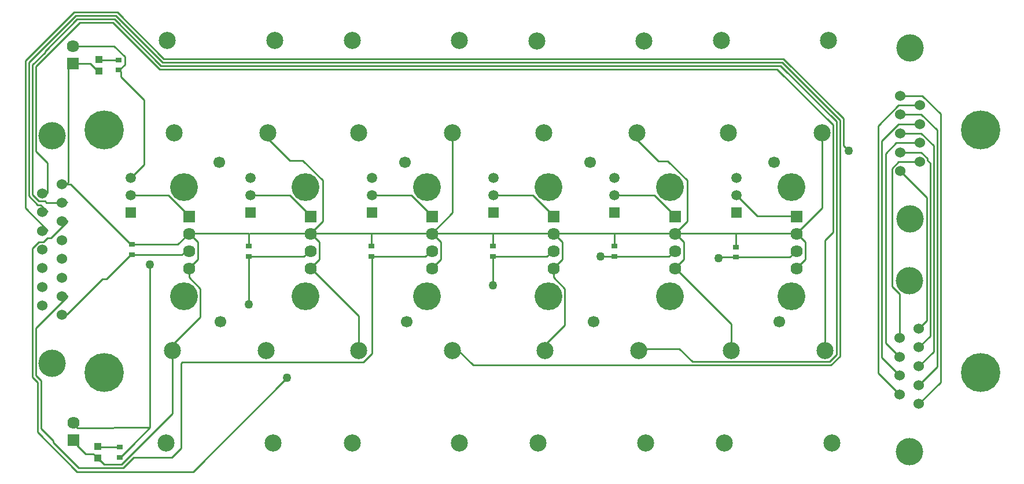
<source format=gtl>
G04*
G04 #@! TF.GenerationSoftware,Altium Limited,Altium Designer,20.0.11 (256)*
G04*
G04 Layer_Physical_Order=1*
G04 Layer_Color=255*
%FSLAX25Y25*%
%MOIN*%
G70*
G01*
G75*
%ADD10C,0.01000*%
%ADD12R,0.03937X0.04331*%
%ADD13R,0.03543X0.02756*%
%ADD27C,0.06693*%
%ADD28C,0.09843*%
%ADD29C,0.07047*%
%ADD30R,0.07047X0.07047*%
%ADD31C,0.06000*%
%ADD32C,0.15748*%
%ADD33R,0.05906X0.05906*%
%ADD34C,0.05906*%
%ADD35C,0.16000*%
%ADD36C,0.22500*%
%ADD37C,0.05000*%
D10*
X338207Y135500D02*
X338500D01*
X334801Y132095D02*
X338207Y135500D01*
X303500Y131595D02*
X304000Y132095D01*
X405000Y132000D02*
X408500Y135500D01*
X365500Y132000D02*
X405000D01*
X499595Y146053D02*
Y207905D01*
X467421Y240079D02*
X499595Y207905D01*
X111605Y240079D02*
X467421D01*
X387563Y78650D02*
X411153D01*
X46360Y163000D02*
X57531D01*
X497597Y71228D02*
X501595Y75227D01*
X418574Y71228D02*
X497597D01*
X411153Y78650D02*
X418574Y71228D01*
X503595Y74398D02*
Y210733D01*
X498425Y69228D02*
X503595Y74398D01*
X292295Y69228D02*
X498425D01*
X280374Y81150D02*
X292295Y69228D01*
X234000Y75919D02*
Y132095D01*
X58181Y108817D02*
Y109413D01*
X40216Y90853D02*
X58181Y108817D01*
X124000Y21500D02*
Y70414D01*
X118500Y16000D02*
X124000Y21500D01*
X96552Y16000D02*
X118500D01*
X58181Y173776D02*
X60331D01*
X114090Y246079D02*
X471078D01*
X87169Y273000D02*
X114090Y246079D01*
X471078D02*
X505595Y211562D01*
X126864Y135500D02*
X128500D01*
X124458Y133095D02*
X126864Y135500D01*
X95500Y133095D02*
X124458D01*
X58181Y98626D02*
X78555Y119000D01*
X81012D01*
X95106Y133095D01*
X95500D01*
X95500Y139000D02*
X122000D01*
X55181Y173776D02*
X58181D01*
X60331D02*
X95106Y139000D01*
X95500D01*
X198207Y135500D02*
X198500D01*
X194801Y132095D02*
X198207Y135500D01*
X163000Y132095D02*
X194801D01*
X163000Y104500D02*
Y132095D01*
X443106Y137453D02*
X443500Y137846D01*
X71504Y243500D02*
X76500Y238504D01*
X59000Y174957D02*
Y243500D01*
X128500Y145500D02*
X163000D01*
Y138000D02*
Y145500D01*
X163500D02*
X198500D01*
X408500D02*
X443500D01*
Y137846D02*
Y145500D01*
X478500D01*
X373500D02*
X408500D01*
X338500D02*
X373500D01*
Y137953D02*
X373500Y137953D01*
X373500Y137953D02*
Y145500D01*
X233500D02*
X268500D01*
X198500D02*
X233500D01*
Y138000D02*
Y145500D01*
X234000Y132095D02*
X264801D01*
X233500D02*
X234000D01*
X268207Y135500D02*
X268500D01*
X264801Y132095D02*
X268207Y135500D01*
X303500Y115500D02*
Y131595D01*
X304000Y132095D02*
X334801D01*
X303500D02*
X304000D01*
X303500Y145500D02*
X338500D01*
X268500D02*
X303500D01*
Y138000D02*
Y145500D01*
X434047Y131547D02*
X443500D01*
X433500Y131000D02*
X434047Y131547D01*
X441000Y78650D02*
Y93000D01*
X408500Y125500D02*
X441000Y93000D01*
X443106Y137453D02*
X443500D01*
X474547Y131547D02*
X478500Y135500D01*
X443500Y131547D02*
X474547D01*
X58181Y151967D02*
Y152563D01*
X48864Y142650D02*
X58181Y151967D01*
X64153Y7850D02*
X130850D01*
X185000Y62000D01*
X41216Y30786D02*
X64153Y7850D01*
X64831Y10000D02*
X90552D01*
X50286Y24546D02*
X64831Y10000D01*
X90552D02*
X96552Y16000D01*
X89724Y12000D02*
X119126Y41402D01*
X79654Y12000D02*
X89724D01*
X77665Y13988D02*
X79654Y12000D01*
X61500Y243500D02*
X71504D01*
X59000D02*
X61500D01*
X119126Y78650D02*
Y81150D01*
Y41402D02*
Y78650D01*
X58181Y174138D02*
X59000Y174957D01*
X95000Y177500D02*
X102500Y185000D01*
Y222500D01*
X89272Y235728D02*
X102500Y222500D01*
X89272Y235728D02*
Y238669D01*
X88394Y239547D02*
X89272Y238669D01*
X88000Y239547D02*
X88394D01*
X40216Y241717D02*
X65500Y267000D01*
X40216Y192858D02*
Y241717D01*
Y192858D02*
X47000Y186075D01*
X38217Y242545D02*
X45500Y249828D01*
X38217Y167782D02*
Y242545D01*
Y167782D02*
X42136Y163862D01*
X36217Y244045D02*
X63172Y271000D01*
X36217Y166953D02*
Y244045D01*
Y166953D02*
X41366Y161803D01*
X34216Y244873D02*
X62343Y273000D01*
X34216Y159933D02*
Y244873D01*
Y159933D02*
X47000Y147150D01*
X45498Y163862D02*
X46360Y163000D01*
X42136Y163862D02*
X45498D01*
X41366Y161803D02*
X43134D01*
X47000Y157937D01*
X44774Y140500D02*
X46923Y142650D01*
X42136Y140500D02*
X44774D01*
X38217Y136581D02*
X42136Y140500D01*
X38217Y62490D02*
Y136581D01*
Y62490D02*
X41216Y59490D01*
Y30786D02*
Y59490D01*
X40216Y63318D02*
Y90853D01*
Y63318D02*
X43216Y60318D01*
Y32783D02*
Y60318D01*
X229081Y71000D02*
X234000Y75919D01*
X50286Y24546D02*
Y25714D01*
X43216Y32783D02*
X50286Y25714D01*
X77469Y13988D02*
X77665D01*
X76000Y15457D02*
X77469Y13988D01*
X76000Y15457D02*
Y15653D01*
X68840Y18160D02*
X73494D01*
X74335Y17319D01*
X74532D01*
X76000Y15850D01*
Y15653D02*
Y15850D01*
X64000Y23000D02*
X68840Y18160D01*
X106000Y33500D02*
Y127500D01*
X96000Y23154D02*
X106000Y33500D01*
X64000Y33000D02*
X106000Y33500D01*
X76500Y238307D02*
Y238504D01*
X88394Y239547D02*
X91500Y242654D01*
Y247224D01*
X85224Y253500D02*
X91500Y247224D01*
X65000Y253500D02*
X85224D01*
X124000Y70414D02*
X124586Y71000D01*
X229081D01*
X46923Y142650D02*
X48864D01*
X62343Y273000D02*
X87169D01*
X86340Y271000D02*
X113262Y244079D01*
X85512Y269000D02*
X112433Y242079D01*
X84684Y267000D02*
X111605Y240079D01*
X505595Y195905D02*
Y211562D01*
Y195905D02*
X508500Y193000D01*
X113262Y244079D02*
X470250D01*
X112433Y242079D02*
X469421D01*
X63172Y271000D02*
X86340D01*
X470250Y244079D02*
X503595Y210733D01*
X65500Y267000D02*
X84684D01*
X64000Y269000D02*
X85512D01*
X469421Y242079D02*
X501595Y209905D01*
X116500Y167500D02*
X128500Y155500D01*
X88500Y16047D02*
X88894D01*
X96000Y23154D01*
X198500Y125500D02*
X226437Y97563D01*
Y81150D02*
Y97563D01*
X333626Y81150D02*
X345000Y92524D01*
Y113435D01*
X338500Y119935D02*
X345000Y113435D01*
X338500Y119935D02*
Y125500D01*
X57531Y163000D02*
X58031Y163500D01*
X45500Y249828D02*
Y250500D01*
X64000Y269000D01*
X501595Y75227D02*
Y209905D01*
X122000Y139000D02*
X128500Y145500D01*
X95000Y157500D02*
X97453Y155047D01*
X58031Y163500D02*
X58181Y163350D01*
X47000Y168724D02*
Y186075D01*
X494937Y141394D02*
X499595Y146053D01*
X494937Y81150D02*
Y141394D01*
X119126Y81150D02*
X135000Y97024D01*
Y113435D01*
X128500Y119935D02*
X135000Y113435D01*
X128500Y119935D02*
Y125500D01*
X198500Y145500D02*
X205500Y152500D01*
Y175935D01*
X194063Y187372D02*
X205500Y175935D01*
X186603Y187372D02*
X194063D01*
X173974Y200000D02*
X186603Y187372D01*
X268500Y145500D02*
X280374Y157374D01*
Y200000D01*
X128500Y145500D02*
X133524Y140476D01*
Y130524D02*
Y140476D01*
X128500Y125500D02*
X133524Y130524D01*
X198500Y145500D02*
X203524Y140476D01*
Y130524D02*
Y140476D01*
X198500Y125500D02*
X203524Y130524D01*
X478500Y145500D02*
X483524Y140476D01*
Y130524D02*
Y140476D01*
X478500Y125500D02*
X483524Y130524D01*
X268500Y145500D02*
X273524Y140476D01*
Y130524D02*
Y140476D01*
X268500Y125500D02*
X273524Y130524D01*
X338500Y145500D02*
X343524Y140476D01*
Y130524D02*
Y140476D01*
X338500Y125500D02*
X343524Y130524D01*
X95000Y167500D02*
X116500D01*
X326500D02*
X338500Y155500D01*
X304000Y167500D02*
X326500D01*
X256500D02*
X268500Y155500D01*
X234000Y167500D02*
X256500D01*
X186500D02*
X198500Y155500D01*
X164000Y167500D02*
X186500D01*
X396500D02*
X408500Y155500D01*
X373500Y167500D02*
X396500D01*
X408500Y145500D02*
X413524Y140476D01*
Y130524D02*
Y140476D01*
X408500Y125500D02*
X413524Y130524D01*
X408500Y145500D02*
X415500Y152500D01*
Y175935D01*
X404388Y187047D02*
X415500Y175935D01*
X399078Y187047D02*
X404388D01*
X386774Y199350D02*
X399078Y187047D01*
X444000Y167500D02*
X456000Y155500D01*
X478500D01*
X493174Y160174D02*
Y200000D01*
X478500Y145500D02*
X493174Y160174D01*
X77240Y245453D02*
X88000D01*
X77000Y245693D02*
X77240Y245453D01*
X94925Y157425D02*
X95000Y157500D01*
X75894Y21953D02*
X88500D01*
X75000Y22847D02*
X75894Y21953D01*
X551142Y224858D02*
X561500Y214500D01*
Y59291D02*
Y214500D01*
X549090Y46882D02*
X561500Y59291D01*
X538319Y224858D02*
X551142D01*
X525500Y64744D02*
X537910Y52335D01*
X525500Y64744D02*
Y207498D01*
X537408Y219406D01*
X549500D01*
X549090Y57787D02*
X559500Y68197D01*
Y204864D01*
X550411Y213953D02*
X559500Y204864D01*
X538319Y213953D02*
X550411D01*
X527500Y73650D02*
X537910Y63240D01*
X527500Y73650D02*
Y198592D01*
X537408Y208500D01*
X549500D01*
X549090Y68693D02*
X557500Y77102D01*
Y195958D01*
X550411Y203047D02*
X557500Y195958D01*
X538319Y203047D02*
X550411D01*
X530000Y82055D02*
X537910Y74146D01*
X530000Y82055D02*
Y191500D01*
X536095Y197594D01*
X549500D01*
X554000Y187500D02*
X555500Y186000D01*
X554000Y187500D02*
Y188553D01*
X555500Y86008D02*
Y186000D01*
X549090Y79598D02*
X555500Y86008D01*
X550411Y192142D02*
X554000Y188553D01*
X538319Y192142D02*
X550411D01*
X533500Y114629D02*
X537910Y110220D01*
Y85051D02*
Y110220D01*
X533500Y114629D02*
Y182781D01*
X537408Y186689D01*
X549500D01*
X549090Y90504D02*
X553500Y94913D01*
Y166055D01*
X538319Y181236D02*
X553500Y166055D01*
D12*
X76500Y239154D02*
D03*
Y245847D02*
D03*
X76000Y15653D02*
D03*
Y22346D02*
D03*
D13*
X88000Y239547D02*
D03*
Y245453D02*
D03*
X88500Y16047D02*
D03*
Y21953D02*
D03*
X95500Y139000D02*
D03*
X95500Y133095D02*
D03*
X163000Y138000D02*
D03*
Y132095D02*
D03*
X233500Y138000D02*
D03*
Y132095D02*
D03*
X303500Y138000D02*
D03*
X303500Y132095D02*
D03*
X373500Y137953D02*
D03*
Y132047D02*
D03*
X443500Y137453D02*
D03*
Y131547D02*
D03*
D27*
X146000Y186500D02*
D03*
X253000D02*
D03*
X359500D02*
D03*
X465500D02*
D03*
X468500Y94500D02*
D03*
X361500D02*
D03*
X254000D02*
D03*
X146500D02*
D03*
D28*
X173974Y203500D02*
D03*
X120037D02*
D03*
X177911Y256650D02*
D03*
X116100D02*
D03*
X226437Y77650D02*
D03*
X280374D02*
D03*
X222500Y24500D02*
D03*
X284311D02*
D03*
X441000Y77650D02*
D03*
X494937D02*
D03*
X437063Y24500D02*
D03*
X498874D02*
D03*
X333626Y77650D02*
D03*
X387563D02*
D03*
X329689Y24500D02*
D03*
X391500D02*
D03*
X119126Y77650D02*
D03*
X173063D02*
D03*
X115189Y24500D02*
D03*
X177000D02*
D03*
X435300Y256650D02*
D03*
X497111D02*
D03*
X439237Y203500D02*
D03*
X493174D02*
D03*
X328900Y256500D02*
D03*
X390711D02*
D03*
X332837Y203350D02*
D03*
X386774D02*
D03*
X222500Y256650D02*
D03*
X284311D02*
D03*
X226437Y203500D02*
D03*
X280374D02*
D03*
D29*
X62000Y36000D02*
D03*
X61500Y253500D02*
D03*
X478500Y125000D02*
D03*
Y135000D02*
D03*
Y145000D02*
D03*
X408500D02*
D03*
Y135000D02*
D03*
Y125000D02*
D03*
X338500Y145000D02*
D03*
Y135000D02*
D03*
Y125000D02*
D03*
X268500Y145000D02*
D03*
Y135000D02*
D03*
Y125000D02*
D03*
X198500Y145000D02*
D03*
Y135000D02*
D03*
Y125000D02*
D03*
X128500Y145000D02*
D03*
Y135000D02*
D03*
Y125000D02*
D03*
D30*
X62000Y26000D02*
D03*
X61500Y243500D02*
D03*
X478500Y155000D02*
D03*
X408500D02*
D03*
X338500D02*
D03*
X268500D02*
D03*
X198500D02*
D03*
X128500D02*
D03*
D31*
X55181Y162988D02*
D03*
Y152201D02*
D03*
Y141413D02*
D03*
Y130626D02*
D03*
Y119839D02*
D03*
Y109051D02*
D03*
X44000Y103638D02*
D03*
Y114425D02*
D03*
Y125213D02*
D03*
Y168362D02*
D03*
Y157575D02*
D03*
Y146787D02*
D03*
Y136000D02*
D03*
X55181Y173776D02*
D03*
Y98264D02*
D03*
X537910Y52335D02*
D03*
Y63240D02*
D03*
Y74146D02*
D03*
Y85051D02*
D03*
X549090Y90504D02*
D03*
Y79598D02*
D03*
Y46882D02*
D03*
Y57787D02*
D03*
Y68693D02*
D03*
X549500Y219406D02*
D03*
Y208500D02*
D03*
Y197594D02*
D03*
Y186689D02*
D03*
X538319Y181236D02*
D03*
Y192142D02*
D03*
Y224858D02*
D03*
Y213953D02*
D03*
Y203047D02*
D03*
D32*
X49591Y201610D02*
D03*
Y70390D02*
D03*
X543500Y19500D02*
D03*
Y117886D02*
D03*
X543910Y252240D02*
D03*
Y153854D02*
D03*
D33*
X444000Y157500D02*
D03*
X373500D02*
D03*
X304000D02*
D03*
X234000D02*
D03*
X164000D02*
D03*
X95000D02*
D03*
D34*
X444000Y167500D02*
D03*
Y177500D02*
D03*
X373500Y167500D02*
D03*
Y177500D02*
D03*
X304000Y167500D02*
D03*
Y177500D02*
D03*
X234000Y167500D02*
D03*
Y177500D02*
D03*
X164000Y167500D02*
D03*
Y177500D02*
D03*
X95000Y167500D02*
D03*
Y177500D02*
D03*
D35*
X475500Y109000D02*
D03*
Y172000D02*
D03*
X405500D02*
D03*
Y109000D02*
D03*
X335500Y172000D02*
D03*
Y109000D02*
D03*
X265500Y172000D02*
D03*
Y109000D02*
D03*
X195500Y172000D02*
D03*
Y109000D02*
D03*
X125500Y172000D02*
D03*
Y109000D02*
D03*
D36*
X584500Y65000D02*
D03*
Y205000D02*
D03*
X79500Y65000D02*
D03*
Y205000D02*
D03*
D37*
X163000Y104500D02*
D03*
X303500Y115500D02*
D03*
X433500Y131000D02*
D03*
X185000Y62000D02*
D03*
X508500Y193000D02*
D03*
X365500Y132000D02*
D03*
X106000Y127500D02*
D03*
M02*

</source>
